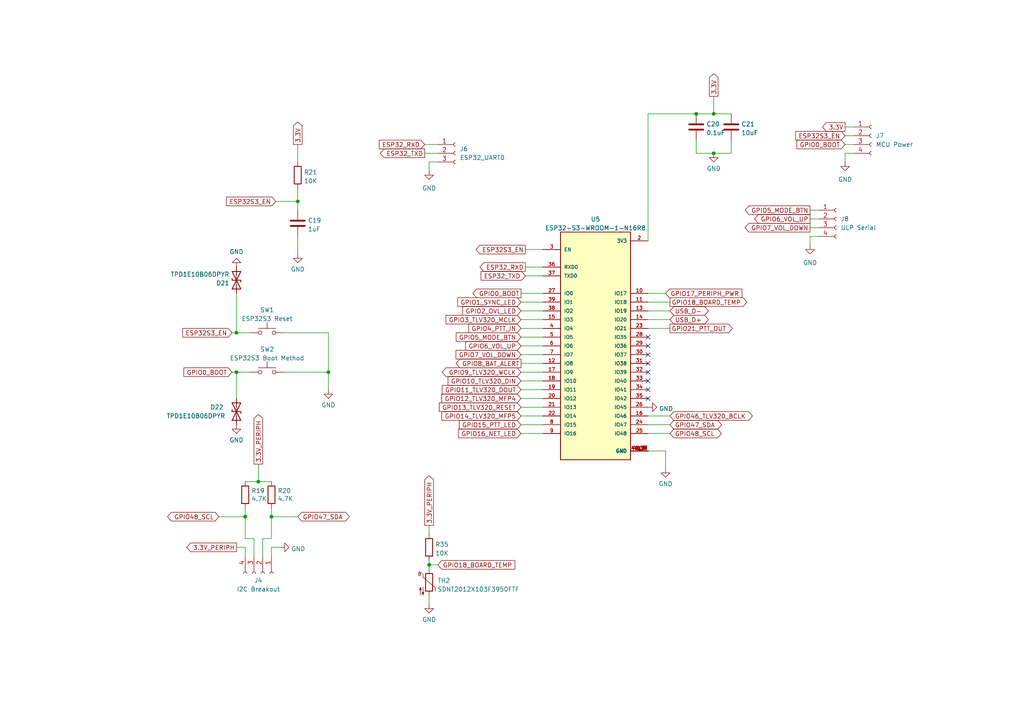
<source format=kicad_sch>
(kicad_sch (version 20211123) (generator eeschema)
  (paper "A4")
  (title_block (title "ezDV ESP32-S3") (date "2023-04-03") (rev "v0.8") (company "FreeDV Project"))
  (lib_symbols
    (symbol "Connector:Conn_01x03_Female" (pin_names (offset 1.016) hide)
      (property "Reference" "J" (at 0 5.08 0))
      (property "Value" "Conn_01x03_Female" (at 0 -5.08 0))
      (symbol "Conn_01x03_Female_1_1"
        (arc (start 0 -2.032) (mid -0.508 -2.54) (end 0 -3.048) (stroke (width 0.1524)))
        (polyline (pts (xy -1.27 -2.54) (xy -0.508 -2.54)) (stroke (width 0.1524)))
        (polyline (pts (xy -1.27 0) (xy -0.508 0)) (stroke (width 0.1524)))
        (polyline (pts (xy -1.27 2.54) (xy -0.508 2.54)) (stroke (width 0.1524)))
        (arc (start 0 0.508) (mid -0.508 0) (end 0 -0.508) (stroke (width 0.1524)))
        (arc (start 0 3.048) (mid -0.508 2.54) (end 0 2.032) (stroke (width 0.1524)))
        (pin passive line (at -5.08 2.54 0) (length 3.81) (name "Pin_1") (number "1"))
        (pin passive line (at -5.08 0 0) (length 3.81) (name "Pin_2") (number "2"))
        (pin passive line (at -5.08 -2.54 0) (length 3.81) (name "Pin_3") (number "3"))
      )
    )
    (symbol "Connector:Conn_01x04_Female" (pin_names (offset 1.016) hide)
      (property "Reference" "J" (at 0 5.08 0))
      (property "Value" "Conn_01x04_Female" (at 0 -7.62 0))
      (symbol "Conn_01x04_Female_1_1"
        (arc (start 0 -4.572) (mid -0.508 -5.08) (end 0 -5.588) (stroke (width 0.1524)))
        (arc (start 0 -2.032) (mid -0.508 -2.54) (end 0 -3.048) (stroke (width 0.1524)))
        (polyline (pts (xy -1.27 -5.08) (xy -0.508 -5.08)) (stroke (width 0.1524)))
        (polyline (pts (xy -1.27 -2.54) (xy -0.508 -2.54)) (stroke (width 0.1524)))
        (polyline (pts (xy -1.27 0) (xy -0.508 0)) (stroke (width 0.1524)))
        (polyline (pts (xy -1.27 2.54) (xy -0.508 2.54)) (stroke (width 0.1524)))
        (arc (start 0 0.508) (mid -0.508 0) (end 0 -0.508) (stroke (width 0.1524)))
        (arc (start 0 3.048) (mid -0.508 2.54) (end 0 2.032) (stroke (width 0.1524)))
        (pin passive line (at -5.08 2.54 0) (length 3.81) (name "Pin_1") (number "1"))
        (pin passive line (at -5.08 0 0) (length 3.81) (name "Pin_2") (number "2"))
        (pin passive line (at -5.08 -2.54 0) (length 3.81) (name "Pin_3") (number "3"))
        (pin passive line (at -5.08 -5.08 0) (length 3.81) (name "Pin_4") (number "4"))
      )
    )
    (symbol "Device:C" (pin_numbers hide) (pin_names (offset 0.254))
      (property "Reference" "C" (at 0.635 2.54 0))
      (property "Value" "C" (at 0.635 -2.54 0))
      (symbol "C_0_1"
        (polyline (pts (xy -2.032 -0.762) (xy 2.032 -0.762)) (stroke (width 0.508)))
        (polyline (pts (xy -2.032 0.762) (xy 2.032 0.762)) (stroke (width 0.508)))
      )
      (symbol "C_1_1"
        (pin passive line (at 0 3.81 270) (length 2.794) (name "~") (number "1"))
        (pin passive line (at 0 -3.81 90) (length 2.794) (name "~") (number "2"))
      )
    )
    (symbol "Device:D_TVS" (pin_numbers hide) (pin_names (offset 1.016) hide)
      (property "Reference" "D" (at 0 2.54 0))
      (property "Value" "D_TVS" (at 0 -2.54 0))
      (symbol "D_TVS_0_1"
        (polyline (pts (xy 1.27 0) (xy -1.27 0)))
        (polyline (pts (xy 0.508 1.27) (xy 0 1.27) (xy 0 -1.27) (xy -0.508 -1.27)) (stroke (width 0.254)))
        (polyline (pts (xy -2.54 1.27) (xy -2.54 -1.27) (xy 2.54 1.27) (xy 2.54 -1.27) (xy -2.54 1.27)) (stroke (width 0.254)))
      )
      (symbol "D_TVS_1_1"
        (pin passive line (at -3.81 0 0) (length 2.54) (name "A1") (number "1"))
        (pin passive line (at 3.81 0 180) (length 2.54) (name "A2") (number "2"))
      )
    )
    (symbol "Device:R" (pin_numbers hide) (pin_names (offset 0))
      (property "Reference" "R" (at 2.032 0 90))
      (property "Value" "R" (at 0 0 90))
      (symbol "R_0_1"
        (rectangle (start -1.016 -2.54) (end 1.016 2.54) (stroke (width 0.254)))
      )
      (symbol "R_1_1"
        (pin passive line (at 0 3.81 270) (length 1.27) (name "~") (number "1"))
        (pin passive line (at 0 -3.81 90) (length 1.27) (name "~") (number "2"))
      )
    )
    (symbol "Device:Thermistor_NTC" (pin_numbers hide) (pin_names (offset 0))
      (property "Reference" "TH" (at -4.445 0 90))
      (property "Value" "Thermistor_NTC" (at 3.175 0 90))
      (symbol "Thermistor_NTC_0_1"
        (arc (start -3.048 2.159) (mid -3.0495 2.3143) (end -3.175 2.413))
        (arc (start -3.048 2.159) (mid -2.9736 1.9794) (end -2.794 1.905))
        (arc (start -3.048 2.794) (mid -2.9736 2.6144) (end -2.794 2.54))
        (arc (start -2.794 1.905) (mid -2.6144 1.9794) (end -2.54 2.159))
        (arc (start -2.794 2.54) (mid -2.4393 2.5587) (end -2.159 2.794))
        (arc (start -2.794 3.048) (mid -2.9736 2.9736) (end -3.048 2.794))
        (arc (start -2.54 2.794) (mid -2.6144 2.9736) (end -2.794 3.048))
        (rectangle (start -1.016 2.54) (end 1.016 -2.54) (stroke (width 0.254)))
        (polyline (pts (xy -2.54 2.159) (xy -2.54 2.794)))
        (polyline (pts (xy -1.778 2.54) (xy -1.778 1.524) (xy 1.778 -1.524) (xy 1.778 -2.54)))
        (polyline (pts (xy -2.54 -3.683) (xy -2.54 -1.397) (xy -2.794 -2.159) (xy -2.286 -2.159) (xy -2.54 -1.397) (xy -2.54 -1.651)) (fill (type outline)))
        (polyline (pts (xy -1.778 -1.397) (xy -1.778 -3.683) (xy -2.032 -2.921) (xy -1.524 -2.921) (xy -1.778 -3.683) (xy -1.778 -3.429)) (fill (type outline)))
      )
      (symbol "Thermistor_NTC_1_1"
        (pin passive line (at 0 3.81 270) (length 1.27) (name "~") (number "1"))
        (pin passive line (at 0 -3.81 90) (length 1.27) (name "~") (number "2"))
      )
    )
    (symbol "ESP32-S3-WROOM-1-N8R8:ESP32-S3-WROOM-1-N8R8" (pin_names (offset 1.016))
      (property "Reference" "U5" (at 0 36.7198 0))
      (property "Value" "ESP32-S3-WROOM-1-N16R8" (at 0 34.1829 0))
      (symbol "ESP32-S3-WROOM-1-N8R8_0_0"
        (rectangle (start -10.16 -33.02) (end 10.16 33.02) (stroke (width 0.254)) (fill (type background)))
        (pin power_in line (at 15.24 -30.48 180) (length 5.08) (name "GND") (number "1"))
        (pin bidirectional line (at 15.24 15.24 180) (length 5.08) (name "IO17") (number "10"))
        (pin bidirectional line (at 15.24 12.7 180) (length 5.08) (name "IO18") (number "11"))
        (pin bidirectional line (at -15.24 -5.08 0) (length 5.08) (name "IO8") (number "12"))
        (pin bidirectional line (at 15.24 10.16 180) (length 5.08) (name "IO19") (number "13"))
        (pin bidirectional line (at 15.24 7.62 180) (length 5.08) (name "IO20") (number "14"))
        (pin bidirectional line (at -15.24 7.62 0) (length 5.08) (name "IO3") (number "15"))
        (pin bidirectional line (at 15.24 -20.32 180) (length 5.08) (name "IO46") (number "16"))
        (pin bidirectional line (at -15.24 -7.62 0) (length 5.08) (name "IO9") (number "17"))
        (pin bidirectional line (at -15.24 -10.16 0) (length 5.08) (name "IO10") (number "18"))
        (pin bidirectional line (at -15.24 -12.7 0) (length 5.08) (name "IO11") (number "19"))
        (pin power_in line (at 15.24 30.48 180) (length 5.08) (name "3V3") (number "2"))
        (pin bidirectional line (at -15.24 -15.24 0) (length 5.08) (name "IO12") (number "20"))
        (pin bidirectional line (at -15.24 -17.78 0) (length 5.08) (name "IO13") (number "21"))
        (pin bidirectional line (at -15.24 -20.32 0) (length 5.08) (name "IO14") (number "22"))
        (pin bidirectional line (at 15.24 5.08 180) (length 5.08) (name "IO21") (number "23"))
        (pin bidirectional line (at 15.24 -22.86 180) (length 5.08) (name "IO47") (number "24"))
        (pin bidirectional line (at 15.24 -25.4 180) (length 5.08) (name "IO48") (number "25"))
        (pin bidirectional line (at 15.24 -17.78 180) (length 5.08) (name "IO45") (number "26"))
        (pin bidirectional line (at -15.24 15.24 0) (length 5.08) (name "IO0") (number "27"))
        (pin bidirectional line (at 15.24 2.54 180) (length 5.08) (name "IO35") (number "28"))
        (pin bidirectional line (at 15.24 0 180) (length 5.08) (name "IO36") (number "29"))
        (pin input line (at -15.24 27.94 0) (length 5.08) (name "EN") (number "3"))
        (pin bidirectional line (at 15.24 -2.54 180) (length 5.08) (name "IO37") (number "30"))
        (pin bidirectional line (at 15.24 -5.08 180) (length 5.08) (name "IO38") (number "31"))
        (pin bidirectional line (at 15.24 -7.62 180) (length 5.08) (name "IO39") (number "32"))
        (pin bidirectional line (at 15.24 -10.16 180) (length 5.08) (name "IO40") (number "33"))
        (pin bidirectional line (at 15.24 -12.7 180) (length 5.08) (name "IO41") (number "34"))
        (pin bidirectional line (at 15.24 -15.24 180) (length 5.08) (name "IO42") (number "35"))
        (pin bidirectional line (at -15.24 22.86 0) (length 5.08) (name "RXD0") (number "36"))
        (pin bidirectional line (at -15.24 20.32 0) (length 5.08) (name "TXD0") (number "37"))
        (pin bidirectional line (at -15.24 10.16 0) (length 5.08) (name "IO2") (number "38"))
        (pin bidirectional line (at -15.24 12.7 0) (length 5.08) (name "IO1") (number "39"))
        (pin bidirectional line (at -15.24 5.08 0) (length 5.08) (name "IO4") (number "4"))
        (pin power_in line (at 15.24 -30.48 180) (length 5.08) (name "GND") (number "40"))
        (pin power_in line (at 15.24 -30.48 180) (length 5.08) (name "GND") (number "41_1"))
        (pin power_in line (at 15.24 -30.48 180) (length 5.08) (name "GND") (number "41_10"))
        (pin power_in line (at 15.24 -30.48 180) (length 5.08) (name "GND") (number "41_11"))
        (pin power_in line (at 15.24 -30.48 180) (length 5.08) (name "GND") (number "41_12"))
        (pin power_in line (at 15.24 -30.48 180) (length 5.08) (name "GND") (number "41_13"))
        (pin power_in line (at 15.24 -30.48 180) (length 5.08) (name "GND") (number "41_14"))
        (pin power_in line (at 15.24 -30.48 180) (length 5.08) (name "GND") (number "41_15"))
        (pin power_in line (at 15.24 -30.48 180) (length 5.08) (name "GND") (number "41_16"))
        (pin power_in line (at 15.24 -30.48 180) (length 5.08) (name "GND") (number "41_17"))
        (pin power_in line (at 15.24 -30.48 180) (length 5.08) (name "GND") (number "41_18"))
        (pin power_in line (at 15.24 -30.48 180) (length 5.08) (name "GND") (number "41_19"))
        (pin power_in line (at 15.24 -30.48 180) (length 5.08) (name "GND") (number "41_2"))
        (pin power_in line (at 15.24 -30.48 180) (length 5.08) (name "GND") (number "41_20"))
        (pin power_in line (at 15.24 -30.48 180) (length 5.08) (name "GND") (number "41_21"))
        (pin power_in line (at 15.24 -30.48 180) (length 5.08) (name "GND") (number "41_3"))
        (pin power_in line (at 15.24 -30.48 180) (length 5.08) (name "GND") (number "41_4"))
        (pin power_in line (at 15.24 -30.48 180) (length 5.08) (name "GND") (number "41_5"))
        (pin power_in line (at 15.24 -30.48 180) (length 5.08) (name "GND") (number "41_6"))
        (pin power_in line (at 15.24 -30.48 180) (length 5.08) (name "GND") (number "41_7"))
        (pin power_in line (at 15.24 -30.48 180) (length 5.08) (name "GND") (number "41_8"))
        (pin power_in line (at 15.24 -30.48 180) (length 5.08) (name "GND") (number "41_9"))
        (pin bidirectional line (at -15.24 2.54 0) (length 5.08) (name "IO5") (number "5"))
        (pin bidirectional line (at -15.24 0 0) (length 5.08) (name "IO6") (number "6"))
        (pin bidirectional line (at -15.24 -2.54 0) (length 5.08) (name "IO7") (number "7"))
        (pin bidirectional line (at -15.24 -22.86 0) (length 5.08) (name "IO15") (number "8"))
        (pin bidirectional line (at -15.24 -25.4 0) (length 5.08) (name "IO16") (number "9"))
      )
    )
    (symbol "Switch:SW_Push" (pin_numbers hide) (pin_names (offset 1.016) hide)
      (property "Reference" "SW" (at 1.27 2.54 0))
      (property "Value" "SW_Push" (at 0 -1.524 0))
      (symbol "SW_Push_0_1"
        (circle (center -2.032 0) (radius 0.508))
        (polyline (pts (xy 0 1.27) (xy 0 3.048)))
        (polyline (pts (xy 2.54 1.27) (xy -2.54 1.27)))
        (circle (center 2.032 0) (radius 0.508))
        (pin passive line (at -5.08 0 0) (length 2.54) (name "1") (number "1"))
        (pin passive line (at 5.08 0 180) (length 2.54) (name "2") (number "2"))
      )
    )
    (symbol "power:GND" (power) (pin_names (offset 0))
      (property "Value" "GND" (at 0 -3.81 0))
      (symbol "GND_0_1"
        (polyline (pts (xy 0 0) (xy 0 -1.27) (xy 1.27 -1.27) (xy 0 -2.54) (xy -1.27 -1.27) (xy 0 -1.27)))
      )
      (symbol "GND_1_1"
        (pin power_in line (at 0 0 270) (length 0) hide (name "GND") (number "1"))
      )
    )
  )
  (junction (at 74.93 139.7))
  (junction (at 95.25 107.95))
  (junction (at 71.12 149.86))
  (junction (at 68.58 107.95))
  (junction (at 68.58 96.52))
  (junction (at 86.36 58.42))
  (junction (at 78.74 149.86))
  (junction (at 207.01 44.45))
  (junction (at 201.93 33.02))
  (junction (at 207.01 33.02))
  (junction (at 124.46 163.83))
  (no_connect (at 187.96 107.95))
  (no_connect (at 187.96 105.41))
  (no_connect (at 187.96 110.49))
  (no_connect (at 187.96 113.03))
  (no_connect (at 187.96 115.57))
  (no_connect (at 187.96 102.87))
  (no_connect (at 187.96 100.33))
  (no_connect (at 187.96 97.79))
  (wire (pts (xy 151.13 100.33) (xy 157.48 100.33)))
  (wire (pts (xy 187.96 33.02) (xy 187.96 69.85)))
  (wire (pts (xy 245.11 41.91) (xy 247.65 41.91)))
  (wire (pts (xy 151.13 95.25) (xy 157.48 95.25)))
  (wire (pts (xy 151.13 87.63) (xy 157.48 87.63)))
  (wire (pts (xy 76.2 156.21) (xy 76.2 161.29)))
  (wire (pts (xy 123.19 44.45) (xy 127 44.45)))
  (wire (pts (xy 124.46 163.83) (xy 124.46 165.1)))
  (wire (pts (xy 151.13 118.11) (xy 157.48 118.11)))
  (wire (pts (xy 152.4 80.01) (xy 157.48 80.01)))
  (wire (pts (xy 63.5 149.86) (xy 71.12 149.86)))
  (wire (pts (xy 124.46 162.56) (xy 124.46 163.83)))
  (wire (pts (xy 67.31 107.95) (xy 68.58 107.95)))
  (wire (pts (xy 68.58 96.52) (xy 72.39 96.52)))
  (wire (pts (xy 78.74 147.32) (xy 78.74 149.86)))
  (wire (pts (xy 95.25 96.52) (xy 95.25 107.95)))
  (wire (pts (xy 187.96 87.63) (xy 194.31 87.63)))
  (wire (pts (xy 151.13 102.87) (xy 157.48 102.87)))
  (wire (pts (xy 245.11 36.83) (xy 247.65 36.83)))
  (wire (pts (xy 247.65 44.45) (xy 245.11 44.45)))
  (wire (pts (xy 151.13 107.95) (xy 157.48 107.95)))
  (wire (pts (xy 151.13 105.41) (xy 157.48 105.41)))
  (wire (pts (xy 124.46 152.4) (xy 124.46 154.94)))
  (wire (pts (xy 68.58 85.09) (xy 68.58 96.52)))
  (wire (pts (xy 201.93 40.64) (xy 201.93 44.45)))
  (wire (pts (xy 152.4 77.47) (xy 157.48 77.47)))
  (wire (pts (xy 187.96 123.19) (xy 194.31 123.19)))
  (wire (pts (xy 78.74 149.86) (xy 86.36 149.86)))
  (wire (pts (xy 234.95 63.5) (xy 237.49 63.5)))
  (wire (pts (xy 234.95 71.12) (xy 234.95 68.58)))
  (wire (pts (xy 123.19 41.91) (xy 127 41.91)))
  (wire (pts (xy 234.95 60.96) (xy 237.49 60.96)))
  (wire (pts (xy 152.4 72.39) (xy 157.48 72.39)))
  (wire (pts (xy 68.58 158.75) (xy 71.12 158.75)))
  (wire (pts (xy 73.66 156.21) (xy 73.66 161.29)))
  (wire (pts (xy 151.13 123.19) (xy 157.48 123.19)))
  (wire (pts (xy 71.12 147.32) (xy 71.12 149.86)))
  (wire (pts (xy 86.36 68.58) (xy 86.36 73.66)))
  (wire (pts (xy 151.13 85.09) (xy 157.48 85.09)))
  (wire (pts (xy 124.46 46.99) (xy 124.46 49.53)))
  (wire (pts (xy 68.58 107.95) (xy 72.39 107.95)))
  (wire (pts (xy 86.36 41.91) (xy 86.36 46.99)))
  (wire (pts (xy 193.04 130.81) (xy 187.96 130.81)))
  (wire (pts (xy 74.93 134.62) (xy 74.93 139.7)))
  (wire (pts (xy 151.13 115.57) (xy 157.48 115.57)))
  (wire (pts (xy 71.12 158.75) (xy 71.12 161.29)))
  (wire (pts (xy 151.13 90.17) (xy 157.48 90.17)))
  (wire (pts (xy 78.74 158.75) (xy 81.28 158.75)))
  (wire (pts (xy 151.13 110.49) (xy 157.48 110.49)))
  (wire (pts (xy 74.93 139.7) (xy 78.74 139.7)))
  (wire (pts (xy 67.31 96.52) (xy 68.58 96.52)))
  (wire (pts (xy 187.96 95.25) (xy 194.31 95.25)))
  (wire (pts (xy 207.01 33.02) (xy 212.09 33.02)))
  (wire (pts (xy 207.01 27.94) (xy 207.01 33.02)))
  (wire (pts (xy 201.93 33.02) (xy 207.01 33.02)))
  (wire (pts (xy 187.96 90.17) (xy 194.31 90.17)))
  (wire (pts (xy 234.95 66.04) (xy 237.49 66.04)))
  (wire (pts (xy 234.95 68.58) (xy 237.49 68.58)))
  (wire (pts (xy 80.01 58.42) (xy 86.36 58.42)))
  (wire (pts (xy 212.09 44.45) (xy 212.09 40.64)))
  (wire (pts (xy 193.04 135.89) (xy 193.04 130.81)))
  (wire (pts (xy 71.12 156.21) (xy 73.66 156.21)))
  (wire (pts (xy 124.46 163.83) (xy 127 163.83)))
  (wire (pts (xy 78.74 149.86) (xy 78.74 156.21)))
  (wire (pts (xy 201.93 33.02) (xy 187.96 33.02)))
  (wire (pts (xy 207.01 44.45) (xy 212.09 44.45)))
  (wire (pts (xy 127 46.99) (xy 124.46 46.99)))
  (wire (pts (xy 71.12 149.86) (xy 71.12 156.21)))
  (wire (pts (xy 151.13 97.79) (xy 157.48 97.79)))
  (wire (pts (xy 82.55 96.52) (xy 95.25 96.52)))
  (wire (pts (xy 151.13 125.73) (xy 157.48 125.73)))
  (wire (pts (xy 78.74 161.29) (xy 78.74 158.75)))
  (wire (pts (xy 151.13 120.65) (xy 157.48 120.65)))
  (wire (pts (xy 151.13 113.03) (xy 157.48 113.03)))
  (wire (pts (xy 245.11 39.37) (xy 247.65 39.37)))
  (wire (pts (xy 95.25 107.95) (xy 95.25 113.03)))
  (wire (pts (xy 201.93 44.45) (xy 207.01 44.45)))
  (wire (pts (xy 78.74 156.21) (xy 76.2 156.21)))
  (wire (pts (xy 74.93 139.7) (xy 71.12 139.7)))
  (wire (pts (xy 86.36 54.61) (xy 86.36 58.42)))
  (wire (pts (xy 187.96 92.71) (xy 194.31 92.71)))
  (wire (pts (xy 124.46 172.72) (xy 124.46 175.26)))
  (wire (pts (xy 187.96 125.73) (xy 194.31 125.73)))
  (wire (pts (xy 86.36 58.42) (xy 86.36 60.96)))
  (wire (pts (xy 68.58 107.95) (xy 68.58 115.57)))
  (wire (pts (xy 82.55 107.95) (xy 95.25 107.95)))
  (wire (pts (xy 151.13 92.71) (xy 157.48 92.71)))
  (wire (pts (xy 187.96 85.09) (xy 193.04 85.09)))
  (wire (pts (xy 187.96 120.65) (xy 194.31 120.65)))
  (wire (pts (xy 245.11 44.45) (xy 245.11 46.99)))
  (global_label "3.3V_PERIPH" (shape output) (at 68.58 158.75 180) (property "Intersheet References" "${INTERSHEET_REFS}" (effects hide)))
  (global_label "GPIO0_BOOT" (shape input) (at 245.11 41.91 180) (property "Intersheet References" "${INTERSHEET_REFS}" (effects hide)))
  (global_label "GPIO8_BAT_ALERT" (shape output) (at 151.13 105.41 180) (property "Intersheet References" "${INTERSHEET_REFS}" (effects hide)))
  (global_label "GPIO0_BOOT" (shape input) (at 67.31 107.95 180) (property "Intersheet References" "${INTERSHEET_REFS}" (effects hide)))
  (global_label "GPIO5_MODE_BTN" (shape input) (at 151.13 97.79 180) (property "Intersheet References" "${INTERSHEET_REFS}" (effects hide)))
  (global_label "GPIO3_TLV320_MCLK" (shape input) (at 151.13 92.71 180) (property "Intersheet References" "${INTERSHEET_REFS}" (effects hide)))
  (global_label "GPIO17_PERIPH_PWR" (shape input) (at 193.04 85.09 0) (property "Intersheet References" "${INTERSHEET_REFS}" (effects hide)))
  (global_label "GPIO47_SDA" (shape bidirectional) (at 86.36 149.86 0) (property "Intersheet References" "${INTERSHEET_REFS}" (effects hide)))
  (global_label "ESP32_TXD" (shape output) (at 123.19 44.45 180) (property "Intersheet References" "${INTERSHEET_REFS}" (effects hide)))
  (global_label "3.3V" (shape output) (at 86.36 41.91 90) (property "Intersheet References" "${INTERSHEET_REFS}" (effects hide)))
  (global_label "GPIO6_VOL_UP" (shape input) (at 151.13 100.33 180) (property "Intersheet References" "${INTERSHEET_REFS}" (effects hide)))
  (global_label "GPIO16_NET_LED" (shape input) (at 151.13 125.73 180) (property "Intersheet References" "${INTERSHEET_REFS}" (effects hide)))
  (global_label "GPIO18_BOARD_TEMP" (shape input) (at 127 163.83 0) (property "Intersheet References" "${INTERSHEET_REFS}" (effects hide)))
  (global_label "GPIO12_TLV320_MFP4" (shape input) (at 151.13 115.57 180) (property "Intersheet References" "${INTERSHEET_REFS}" (effects hide)))
  (global_label "GPIO2_OVL_LED" (shape input) (at 151.13 90.17 180) (property "Intersheet References" "${INTERSHEET_REFS}" (effects hide)))
  (global_label "GPIO9_TLV320_WCLK" (shape bidirectional) (at 151.13 107.95 180) (property "Intersheet References" "${INTERSHEET_REFS}" (effects hide)))
  (global_label "GPIO4_PTT_IN" (shape input) (at 151.13 95.25 180) (property "Intersheet References" "${INTERSHEET_REFS}" (effects hide)))
  (global_label "GPIO10_TLV320_DIN" (shape input) (at 151.13 110.49 180) (property "Intersheet References" "${INTERSHEET_REFS}" (effects hide)))
  (global_label "GPIO47_SDA" (shape bidirectional) (at 194.31 123.19 0) (property "Intersheet References" "${INTERSHEET_REFS}" (effects hide)))
  (global_label "GPIO15_PTT_LED" (shape input) (at 151.13 123.19 180) (property "Intersheet References" "${INTERSHEET_REFS}" (effects hide)))
  (global_label "ESP32_TXD" (shape input) (at 152.4 80.01 180) (property "Intersheet References" "${INTERSHEET_REFS}" (effects hide)))
  (global_label "GPIO7_VOL_DOWN" (shape output) (at 234.95 66.04 180) (property "Intersheet References" "${INTERSHEET_REFS}" (effects hide)))
  (global_label "ESP32_RXD" (shape input) (at 123.19 41.91 180) (property "Intersheet References" "${INTERSHEET_REFS}" (effects hide)))
  (global_label "ESP32S3_EN" (shape input) (at 67.31 96.52 180) (property "Intersheet References" "${INTERSHEET_REFS}" (effects hide)))
  (global_label "GPIO0_BOOT" (shape output) (at 151.13 85.09 180) (property "Intersheet References" "${INTERSHEET_REFS}" (effects hide)))
  (global_label "3.3V_PERIPH" (shape output) (at 124.46 152.4 90) (property "Intersheet References" "${INTERSHEET_REFS}" (effects hide)))
  (global_label "GPIO13_TLV320_RESET" (shape input) (at 151.13 118.11 180) (property "Intersheet References" "${INTERSHEET_REFS}" (effects hide)))
  (global_label "3.3V" (shape output) (at 207.01 27.94 90) (property "Intersheet References" "${INTERSHEET_REFS}" (effects hide)))
  (global_label "3.3V" (shape output) (at 245.11 36.83 180) (property "Intersheet References" "${INTERSHEET_REFS}" (effects hide)))
  (global_label "ESP32S3_EN" (shape input) (at 80.01 58.42 180) (property "Intersheet References" "${INTERSHEET_REFS}" (effects hide)))
  (global_label "GPIO1_SYNC_LED" (shape input) (at 151.13 87.63 180) (property "Intersheet References" "${INTERSHEET_REFS}" (effects hide)))
  (global_label "GPIO14_TLV320_MFP5" (shape input) (at 151.13 120.65 180) (property "Intersheet References" "${INTERSHEET_REFS}" (effects hide)))
  (global_label "GPIO7_VOL_DOWN" (shape input) (at 151.13 102.87 180) (property "Intersheet References" "${INTERSHEET_REFS}" (effects hide)))
  (global_label "GPIO48_SCL" (shape bidirectional) (at 194.31 125.73 0) (property "Intersheet References" "${INTERSHEET_REFS}" (effects hide)))
  (global_label "GPIO5_MODE_BTN" (shape output) (at 234.95 60.96 180) (property "Intersheet References" "${INTERSHEET_REFS}" (effects hide)))
  (global_label "3.3V_PERIPH" (shape output) (at 74.93 134.62 90) (property "Intersheet References" "${INTERSHEET_REFS}" (effects hide)))
  (global_label "GPIO18_BOARD_TEMP" (shape output) (at 194.31 87.63 0) (property "Intersheet References" "${INTERSHEET_REFS}" (effects hide)))
  (global_label "ESP32_RXD" (shape output) (at 152.4 77.47 180) (property "Intersheet References" "${INTERSHEET_REFS}" (effects hide)))
  (global_label "USB_D+" (shape bidirectional) (at 194.31 92.71 0) (property "Intersheet References" "${INTERSHEET_REFS}" (effects hide)))
  (global_label "ESP32S3_EN" (shape input) (at 245.11 39.37 180) (property "Intersheet References" "${INTERSHEET_REFS}" (effects hide)))
  (global_label "GPIO46_TLV320_BCLK" (shape bidirectional) (at 194.31 120.65 0) (property "Intersheet References" "${INTERSHEET_REFS}" (effects hide)))
  (global_label "GPIO21_PTT_OUT" (shape output) (at 194.31 95.25 0) (property "Intersheet References" "${INTERSHEET_REFS}" (effects hide)))
  (global_label "GPIO11_TLV320_DOUT" (shape input) (at 151.13 113.03 180) (property "Intersheet References" "${INTERSHEET_REFS}" (effects hide)))
  (global_label "ESP32S3_EN" (shape output) (at 152.4 72.39 180) (property "Intersheet References" "${INTERSHEET_REFS}" (effects hide)))
  (global_label "USB_D-" (shape bidirectional) (at 194.31 90.17 0) (property "Intersheet References" "${INTERSHEET_REFS}" (effects hide)))
  (global_label "GPIO6_VOL_UP" (shape output) (at 234.95 63.5 180) (property "Intersheet References" "${INTERSHEET_REFS}" (effects hide)))
  (global_label "GPIO48_SCL" (shape bidirectional) (at 63.5 149.86 180) (property "Intersheet References" "${INTERSHEET_REFS}" (effects hide)))
  (symbol (lib_id "Device:R") (at 71.12 143.51 0) (unit 1)
    (property "Reference" "R19" (at 72.898 142.3416 0) (effects (justify left)))
    (property "Value" "4.7K" (at 72.898 144.653 0) (effects (justify left)))
    (property "Footprint" "Resistor_SMD:R_0603_1608Metric" (effects hide))
    (property "Datasheet" "https://datasheet.lcsc.com/lcsc/1810231411_YAGEO-RC0603FR-074K7L_C99782.pdf" (effects hide))
    (property "LCSC" "C99782" (effects hide))
  )
  (symbol (lib_id "Device:R") (at 124.46 158.75 0) (unit 1)
    (property "Reference" "R35" (at 126.238 157.9153 0) (effects (justify left)))
    (property "Value" "10K" (at 126.238 160.4522 0) (effects (justify left)))
    (property "Footprint" "Resistor_SMD:R_0402_1005Metric" (effects hide))
    (property "Datasheet" "https://datasheet.lcsc.com/lcsc/2206010100_UNI-ROYAL-Uniroyal-Elec-0402WGF1002TCE_C25744.pdf" (effects hide))
    (property "LCSC" "C25744" (effects hide))
  )
  (symbol (lib_id "power:GND") (at 95.25 113.03 0) (unit 1)
    (property "Reference" "#PWR022" (effects hide))
    (property "Value" "GND" (at 95.25 117.4734 0))
  )
  (symbol (lib_id "Device:R") (at 78.74 143.51 0) (unit 1)
    (property "Reference" "R20" (at 80.518 142.3416 0) (effects (justify left)))
    (property "Value" "4.7K" (at 80.518 144.653 0) (effects (justify left)))
    (property "Footprint" "Resistor_SMD:R_0603_1608Metric" (effects hide))
    (property "Datasheet" "https://datasheet.lcsc.com/lcsc/1810231411_YAGEO-RC0603FR-074K7L_C99782.pdf" (effects hide))
    (property "LCSC" "C99782" (effects hide))
  )
  (symbol (lib_id "power:GND") (at 187.96 118.11 90) (unit 1)
    (property "Reference" "#PWR0104" (effects hide))
    (property "Value" "GND" (at 191.135 118.5438 90) (effects (justify right)))
  )
  (symbol (lib_id "power:GND") (at 68.58 123.19 0) (unit 1)
    (property "Reference" "#PWR063" (effects hide))
    (property "Value" "GND" (at 68.58 127.6334 0))
  )
  (symbol (lib_id "Connector:Conn_01x04_Female") (at 76.2 166.37 270) (unit 1)
    (property "Reference" "J4" (at 74.93 168.3496 90))
    (property "Value" "I2C Breakout" (at 74.93 170.8865 90))
    (property "Footprint" "Connector_PinHeader_2.54mm:PinHeader_1x04_P2.54mm_Vertical" (effects hide))
  )
  (symbol (lib_id "power:GND") (at 245.11 46.99 0) (unit 1)
    (property "Reference" "#PWR0105" (effects hide))
    (property "Value" "GND" (at 245.11 52.07 0))
  )
  (symbol (lib_id "Switch:SW_Push") (at 77.47 96.52 0) (unit 1)
    (property "Reference" "SW1" (at 77.47 89.8992 0))
    (property "Value" "ESP32S3 Reset" (at 77.47 92.4361 0))
    (property "Footprint" "Button_Switch_SMD:SW_SPST_TL3342" (effects hide))
    (property "Datasheet" "https://datasheet.lcsc.com/lcsc/2109061530_E-Switch-TL3342F160QG_C2886898.pdf" (effects hide))
    (property "LCSC" "C2886898" (effects hide))
  )
  (symbol (lib_id "Device:R") (at 86.36 50.8 0) (unit 1)
    (property "Reference" "R21" (at 88.138 49.9653 0) (effects (justify left)))
    (property "Value" "10K" (at 88.138 52.5022 0) (effects (justify left)))
    (property "Footprint" "Resistor_SMD:R_0402_1005Metric" (effects hide))
    (property "Datasheet" "https://datasheet.lcsc.com/lcsc/2206010100_UNI-ROYAL-Uniroyal-Elec-0402WGF1002TCE_C25744.pdf" (effects hide))
    (property "LCSC" "C25744" (effects hide))
  )
  (symbol (lib_id "Connector:Conn_01x04_Female") (at 252.73 39.37 0) (unit 1)
    (property "Reference" "J7" (at 254 39.3699 0) (effects (justify left)))
    (property "Value" "MCU Power" (at 254 41.9099 0) (effects (justify left)))
    (property "Footprint" "Connector_PinHeader_2.54mm:PinHeader_1x04_P2.54mm_Vertical" (effects hide))
  )
  (symbol (lib_id "Device:C") (at 212.09 36.83 0) (unit 1)
    (property "Reference" "C21" (at 215.011 35.9953 0) (effects (justify left)))
    (property "Value" "10uF" (at 215.011 38.5322 0) (effects (justify left)))
    (property "Footprint" "Capacitor_SMD:C_0402_1005Metric" (effects hide))
    (property "Datasheet" "https://datasheet.lcsc.com/lcsc/2007131004_Samsung-Electro-Mechanics-CL05A106MP5NUNC_C315248.pdf" (effects hide))
    (property "LCSC" "C315248" (effects hide))
  )
  (symbol (lib_id "power:GND") (at 81.28 158.75 90) (unit 1)
    (property "Reference" "#PWR0103" (effects hide))
    (property "Value" "GND" (at 84.455 159.1838 90) (effects (justify right)))
  )
  (symbol (lib_id "Device:C") (at 201.93 36.83 0) (unit 1)
    (property "Reference" "C20" (at 204.851 35.9953 0) (effects (justify left)))
    (property "Value" "0.1uF" (at 204.851 38.5322 0) (effects (justify left)))
    (property "Footprint" "Capacitor_SMD:C_0402_1005Metric" (effects hide))
    (property "Datasheet" "https://datasheet.lcsc.com/lcsc/1810191219_Samsung-Electro-Mechanics-CL05B104KO5NNNC_C1525.pdf" (effects hide))
    (property "LCSC" "C1525" (effects hide))
  )
  (symbol (lib_id "Device:D_TVS") (at 68.58 119.38 90) (unit 1)
    (property "Reference" "D22" (at 60.96 118.11 90) (effects (justify right)))
    (property "Value" "TPD1E10B06DPYR" (at 48.26 120.65 90) (effects (justify right)))
    (property "Footprint" "ezDV_production:DIO_TPD1E05U06DPYR" (effects hide))
    (property "Datasheet" "https://www.ti.com/lit/ds/symlink/tpd1e10b06.pdf?ts=1673062853444" (effects hide))
    (property "LCSC" "C48260" (effects hide))
  )
  (symbol (lib_id "Connector:Conn_01x04_Female") (at 242.57 63.5 0) (unit 1)
    (property "Reference" "J8" (at 243.84 63.4999 0) (effects (justify left)))
    (property "Value" "ULP Serial" (at 243.84 66.0399 0) (effects (justify left)))
    (property "Footprint" "Connector_PinHeader_2.54mm:PinHeader_2x02_P2.54mm_Vertical" (effects hide))
  )
  (symbol (lib_id "power:GND") (at 124.46 49.53 0) (unit 1)
    (property "Reference" "#PWR044" (effects hide))
    (property "Value" "GND" (at 124.46 54.61 0))
  )
  (symbol (lib_id "power:GND") (at 207.01 44.45 0) (unit 1)
    (property "Reference" "#PWR024" (effects hide))
    (property "Value" "GND" (at 207.01 48.8934 0))
  )
  (symbol (lib_id "Connector:Conn_01x03_Female") (at 132.08 44.45 0) (unit 1)
    (property "Reference" "J6" (at 133.35 43.1799 0) (effects (justify left)))
    (property "Value" "ESP32_UART0" (at 133.35 45.7199 0) (effects (justify left)))
    (property "Footprint" "Connector_PinHeader_2.54mm:PinHeader_1x03_P2.54mm_Vertical" (effects hide))
  )
  (symbol (lib_id "power:GND") (at 86.36 73.66 0) (unit 1)
    (property "Reference" "#PWR021" (effects hide))
    (property "Value" "GND" (at 86.36 78.1034 0))
  )
  (symbol (lib_id "Switch:SW_Push") (at 77.47 107.95 0) (unit 1)
    (property "Reference" "SW2" (at 77.47 101.3292 0))
    (property "Value" "ESP32S3 Boot Method" (at 77.47 103.8661 0))
    (property "Footprint" "Button_Switch_SMD:SW_SPST_TL3342" (effects hide))
    (property "Datasheet" "https://datasheet.lcsc.com/lcsc/2109061530_E-Switch-TL3342F160QG_C2886898.pdf" (effects hide))
    (property "LCSC" "C2886898" (effects hide))
  )
  (symbol (lib_id "power:GND") (at 68.58 77.47 180) (unit 1)
    (property "Reference" "#PWR062" (effects hide))
    (property "Value" "GND" (at 68.58 73.0266 0))
  )
  (symbol (lib_id "Device:C") (at 86.36 64.77 0) (unit 1)
    (property "Reference" "C19" (at 89.281 63.9353 0) (effects (justify left)))
    (property "Value" "1uF" (at 89.281 66.4722 0) (effects (justify left)))
    (property "Footprint" "Capacitor_SMD:C_0402_1005Metric" (effects hide))
    (property "Datasheet" "https://datasheet.lcsc.com/lcsc/1810191214_Samsung-Electro-Mechanics-CL05A105KP5NNNC_C14445.pdf" (effects hide))
    (property "LCSC" "C14445" (effects hide))
  )
  (symbol (lib_id "Device:D_TVS") (at 68.58 81.28 270) (unit 1)
    (property "Reference" "D21" (at 66.548 82.1147 90) (effects (justify right)))
    (property "Value" "TPD1E10B06DPYR" (at 66.548 79.5778 90) (effects (justify right)))
    (property "Footprint" "ezDV_production:DIO_TPD1E05U06DPYR" (effects hide))
    (property "Datasheet" "https://www.ti.com/lit/ds/symlink/tpd1e10b06.pdf?ts=1673062853444" (effects hide))
    (property "LCSC" "C48260" (effects hide))
  )
  (symbol (lib_id "ESP32-S3-WROOM-1-N8R8:ESP32-S3-WROOM-1-N8R8") (at 172.72 100.33 0) (unit 1)
    (property "Reference" "U5" (at 172.72 63.6102 0))
    (property "Value" "ESP32-S3-WROOM-1-N16R8" (at 172.72 66.1471 0))
    (property "Footprint" "ezDV_production:XCVR_ESP32S3WROOM1N8R8" (effects hide))
    (property "AVAILABILITY" "In Stock" (effects hide))
    (property "DESCRIPTION" "Bluetooth, WiFi 802.11b/g/n, Bluetooth v5.0 Transceiver Module 2.4GHz PCB Trace Surface Mount" (effects hide))
    (property "MF" "Espressif Systems" (effects hide))
    (property "PRICE" "None" (effects hide))
    (property "MP" "ESP32S3WROOM1N8R8" (effects hide))
    (property "PURCHASE-URL" "https://pricing.snapeda.com/search/part/ESP32S3WROOM1N8R8/?ref=eda" (effects hide))
    (property "PACKAGE" "SMD-41 Espressif Systems" (effects hide))
    (property "LCSC" "C2913202" (effects hide))
  )
  (symbol (lib_id "power:GND") (at 193.04 135.89 0) (unit 1)
    (property "Reference" "#PWR023" (effects hide))
    (property "Value" "GND" (at 193.04 140.3334 0))
  )
  (symbol (lib_id "Device:Thermistor_NTC") (at 124.46 168.91 0) (unit 1)
    (property "Reference" "TH2" (at 126.873 168.3928 0) (effects (justify left)))
    (property "Value" "SDNT2012X103F3950FTF" (at 126.873 170.9297 0) (effects (justify left)))
    (property "Footprint" "Resistor_SMD:R_0805_2012Metric" (effects hide))
    (property "Datasheet" "https://datasheet.lcsc.com/lcsc/2110081230_Sunlord-SDNT2012X103F3950FTF_C95968.pdf" (effects hide))
    (property "LCSC" "C95968" (effects hide))
  )
  (symbol (lib_id "power:GND") (at 234.95 71.12 0) (unit 1)
    (property "Reference" "#PWR045" (effects hide))
    (property "Value" "GND" (at 234.95 76.2 0))
  )
  (symbol (lib_id "power:GND") (at 124.46 175.26 0) (unit 1)
    (property "Reference" "#PWR04" (effects hide))
    (property "Value" "GND" (at 124.46 179.7034 0))
  )
)
</source>
